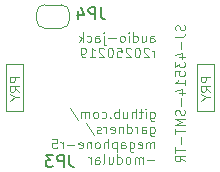
<source format=gbr>
%TF.GenerationSoftware,KiCad,Pcbnew,9.0.1+dfsg-1*%
%TF.CreationDate,2025-05-01T10:56:31+02:00*%
%TF.ProjectId,audio-jack,61756469-6f2d-46a6-9163-6b2e6b696361,rev?*%
%TF.SameCoordinates,Original*%
%TF.FileFunction,Legend,Bot*%
%TF.FilePolarity,Positive*%
%FSLAX46Y46*%
G04 Gerber Fmt 4.6, Leading zero omitted, Abs format (unit mm)*
G04 Created by KiCad (PCBNEW 9.0.1+dfsg-1) date 2025-05-01 10:56:31*
%MOMM*%
%LPD*%
G01*
G04 APERTURE LIST*
%ADD10C,0.100000*%
%ADD11C,0.150000*%
%ADD12C,0.120000*%
G04 APERTURE END LIST*
D10*
X50690877Y-32903255D02*
X50690877Y-32484207D01*
X50690877Y-32484207D02*
X50728972Y-32408017D01*
X50728972Y-32408017D02*
X50805163Y-32369921D01*
X50805163Y-32369921D02*
X50957544Y-32369921D01*
X50957544Y-32369921D02*
X51033734Y-32408017D01*
X50690877Y-32865160D02*
X50767068Y-32903255D01*
X50767068Y-32903255D02*
X50957544Y-32903255D01*
X50957544Y-32903255D02*
X51033734Y-32865160D01*
X51033734Y-32865160D02*
X51071830Y-32788969D01*
X51071830Y-32788969D02*
X51071830Y-32712779D01*
X51071830Y-32712779D02*
X51033734Y-32636588D01*
X51033734Y-32636588D02*
X50957544Y-32598493D01*
X50957544Y-32598493D02*
X50767068Y-32598493D01*
X50767068Y-32598493D02*
X50690877Y-32560398D01*
X49967067Y-32369921D02*
X49967067Y-32903255D01*
X50309924Y-32369921D02*
X50309924Y-32788969D01*
X50309924Y-32788969D02*
X50271829Y-32865160D01*
X50271829Y-32865160D02*
X50195639Y-32903255D01*
X50195639Y-32903255D02*
X50081353Y-32903255D01*
X50081353Y-32903255D02*
X50005162Y-32865160D01*
X50005162Y-32865160D02*
X49967067Y-32827064D01*
X49243257Y-32903255D02*
X49243257Y-32103255D01*
X49243257Y-32865160D02*
X49319448Y-32903255D01*
X49319448Y-32903255D02*
X49471829Y-32903255D01*
X49471829Y-32903255D02*
X49548019Y-32865160D01*
X49548019Y-32865160D02*
X49586114Y-32827064D01*
X49586114Y-32827064D02*
X49624210Y-32750874D01*
X49624210Y-32750874D02*
X49624210Y-32522302D01*
X49624210Y-32522302D02*
X49586114Y-32446112D01*
X49586114Y-32446112D02*
X49548019Y-32408017D01*
X49548019Y-32408017D02*
X49471829Y-32369921D01*
X49471829Y-32369921D02*
X49319448Y-32369921D01*
X49319448Y-32369921D02*
X49243257Y-32408017D01*
X48862304Y-32903255D02*
X48862304Y-32369921D01*
X48862304Y-32103255D02*
X48900400Y-32141350D01*
X48900400Y-32141350D02*
X48862304Y-32179445D01*
X48862304Y-32179445D02*
X48824209Y-32141350D01*
X48824209Y-32141350D02*
X48862304Y-32103255D01*
X48862304Y-32103255D02*
X48862304Y-32179445D01*
X48367067Y-32903255D02*
X48443257Y-32865160D01*
X48443257Y-32865160D02*
X48481352Y-32827064D01*
X48481352Y-32827064D02*
X48519448Y-32750874D01*
X48519448Y-32750874D02*
X48519448Y-32522302D01*
X48519448Y-32522302D02*
X48481352Y-32446112D01*
X48481352Y-32446112D02*
X48443257Y-32408017D01*
X48443257Y-32408017D02*
X48367067Y-32369921D01*
X48367067Y-32369921D02*
X48252781Y-32369921D01*
X48252781Y-32369921D02*
X48176590Y-32408017D01*
X48176590Y-32408017D02*
X48138495Y-32446112D01*
X48138495Y-32446112D02*
X48100400Y-32522302D01*
X48100400Y-32522302D02*
X48100400Y-32750874D01*
X48100400Y-32750874D02*
X48138495Y-32827064D01*
X48138495Y-32827064D02*
X48176590Y-32865160D01*
X48176590Y-32865160D02*
X48252781Y-32903255D01*
X48252781Y-32903255D02*
X48367067Y-32903255D01*
X47757542Y-32598493D02*
X47148019Y-32598493D01*
X46767066Y-32369921D02*
X46767066Y-33055636D01*
X46767066Y-33055636D02*
X46805162Y-33131826D01*
X46805162Y-33131826D02*
X46881352Y-33169921D01*
X46881352Y-33169921D02*
X46919447Y-33169921D01*
X46767066Y-32103255D02*
X46805162Y-32141350D01*
X46805162Y-32141350D02*
X46767066Y-32179445D01*
X46767066Y-32179445D02*
X46728971Y-32141350D01*
X46728971Y-32141350D02*
X46767066Y-32103255D01*
X46767066Y-32103255D02*
X46767066Y-32179445D01*
X46043257Y-32903255D02*
X46043257Y-32484207D01*
X46043257Y-32484207D02*
X46081352Y-32408017D01*
X46081352Y-32408017D02*
X46157543Y-32369921D01*
X46157543Y-32369921D02*
X46309924Y-32369921D01*
X46309924Y-32369921D02*
X46386114Y-32408017D01*
X46043257Y-32865160D02*
X46119448Y-32903255D01*
X46119448Y-32903255D02*
X46309924Y-32903255D01*
X46309924Y-32903255D02*
X46386114Y-32865160D01*
X46386114Y-32865160D02*
X46424210Y-32788969D01*
X46424210Y-32788969D02*
X46424210Y-32712779D01*
X46424210Y-32712779D02*
X46386114Y-32636588D01*
X46386114Y-32636588D02*
X46309924Y-32598493D01*
X46309924Y-32598493D02*
X46119448Y-32598493D01*
X46119448Y-32598493D02*
X46043257Y-32560398D01*
X45319447Y-32865160D02*
X45395638Y-32903255D01*
X45395638Y-32903255D02*
X45548019Y-32903255D01*
X45548019Y-32903255D02*
X45624209Y-32865160D01*
X45624209Y-32865160D02*
X45662304Y-32827064D01*
X45662304Y-32827064D02*
X45700400Y-32750874D01*
X45700400Y-32750874D02*
X45700400Y-32522302D01*
X45700400Y-32522302D02*
X45662304Y-32446112D01*
X45662304Y-32446112D02*
X45624209Y-32408017D01*
X45624209Y-32408017D02*
X45548019Y-32369921D01*
X45548019Y-32369921D02*
X45395638Y-32369921D01*
X45395638Y-32369921D02*
X45319447Y-32408017D01*
X44976590Y-32903255D02*
X44976590Y-32103255D01*
X44900400Y-32598493D02*
X44671828Y-32903255D01*
X44671828Y-32369921D02*
X44976590Y-32674683D01*
X51033734Y-34191210D02*
X51033734Y-33657876D01*
X51033734Y-33810257D02*
X50995639Y-33734067D01*
X50995639Y-33734067D02*
X50957544Y-33695972D01*
X50957544Y-33695972D02*
X50881353Y-33657876D01*
X50881353Y-33657876D02*
X50805163Y-33657876D01*
X50576592Y-33467400D02*
X50538496Y-33429305D01*
X50538496Y-33429305D02*
X50462306Y-33391210D01*
X50462306Y-33391210D02*
X50271830Y-33391210D01*
X50271830Y-33391210D02*
X50195639Y-33429305D01*
X50195639Y-33429305D02*
X50157544Y-33467400D01*
X50157544Y-33467400D02*
X50119449Y-33543591D01*
X50119449Y-33543591D02*
X50119449Y-33619781D01*
X50119449Y-33619781D02*
X50157544Y-33734067D01*
X50157544Y-33734067D02*
X50614687Y-34191210D01*
X50614687Y-34191210D02*
X50119449Y-34191210D01*
X49624210Y-33391210D02*
X49548020Y-33391210D01*
X49548020Y-33391210D02*
X49471829Y-33429305D01*
X49471829Y-33429305D02*
X49433734Y-33467400D01*
X49433734Y-33467400D02*
X49395639Y-33543591D01*
X49395639Y-33543591D02*
X49357544Y-33695972D01*
X49357544Y-33695972D02*
X49357544Y-33886448D01*
X49357544Y-33886448D02*
X49395639Y-34038829D01*
X49395639Y-34038829D02*
X49433734Y-34115019D01*
X49433734Y-34115019D02*
X49471829Y-34153115D01*
X49471829Y-34153115D02*
X49548020Y-34191210D01*
X49548020Y-34191210D02*
X49624210Y-34191210D01*
X49624210Y-34191210D02*
X49700401Y-34153115D01*
X49700401Y-34153115D02*
X49738496Y-34115019D01*
X49738496Y-34115019D02*
X49776591Y-34038829D01*
X49776591Y-34038829D02*
X49814687Y-33886448D01*
X49814687Y-33886448D02*
X49814687Y-33695972D01*
X49814687Y-33695972D02*
X49776591Y-33543591D01*
X49776591Y-33543591D02*
X49738496Y-33467400D01*
X49738496Y-33467400D02*
X49700401Y-33429305D01*
X49700401Y-33429305D02*
X49624210Y-33391210D01*
X49052782Y-33467400D02*
X49014686Y-33429305D01*
X49014686Y-33429305D02*
X48938496Y-33391210D01*
X48938496Y-33391210D02*
X48748020Y-33391210D01*
X48748020Y-33391210D02*
X48671829Y-33429305D01*
X48671829Y-33429305D02*
X48633734Y-33467400D01*
X48633734Y-33467400D02*
X48595639Y-33543591D01*
X48595639Y-33543591D02*
X48595639Y-33619781D01*
X48595639Y-33619781D02*
X48633734Y-33734067D01*
X48633734Y-33734067D02*
X49090877Y-34191210D01*
X49090877Y-34191210D02*
X48595639Y-34191210D01*
X47871829Y-33391210D02*
X48252781Y-33391210D01*
X48252781Y-33391210D02*
X48290877Y-33772162D01*
X48290877Y-33772162D02*
X48252781Y-33734067D01*
X48252781Y-33734067D02*
X48176591Y-33695972D01*
X48176591Y-33695972D02*
X47986115Y-33695972D01*
X47986115Y-33695972D02*
X47909924Y-33734067D01*
X47909924Y-33734067D02*
X47871829Y-33772162D01*
X47871829Y-33772162D02*
X47833734Y-33848353D01*
X47833734Y-33848353D02*
X47833734Y-34038829D01*
X47833734Y-34038829D02*
X47871829Y-34115019D01*
X47871829Y-34115019D02*
X47909924Y-34153115D01*
X47909924Y-34153115D02*
X47986115Y-34191210D01*
X47986115Y-34191210D02*
X48176591Y-34191210D01*
X48176591Y-34191210D02*
X48252781Y-34153115D01*
X48252781Y-34153115D02*
X48290877Y-34115019D01*
X47338495Y-33391210D02*
X47262305Y-33391210D01*
X47262305Y-33391210D02*
X47186114Y-33429305D01*
X47186114Y-33429305D02*
X47148019Y-33467400D01*
X47148019Y-33467400D02*
X47109924Y-33543591D01*
X47109924Y-33543591D02*
X47071829Y-33695972D01*
X47071829Y-33695972D02*
X47071829Y-33886448D01*
X47071829Y-33886448D02*
X47109924Y-34038829D01*
X47109924Y-34038829D02*
X47148019Y-34115019D01*
X47148019Y-34115019D02*
X47186114Y-34153115D01*
X47186114Y-34153115D02*
X47262305Y-34191210D01*
X47262305Y-34191210D02*
X47338495Y-34191210D01*
X47338495Y-34191210D02*
X47414686Y-34153115D01*
X47414686Y-34153115D02*
X47452781Y-34115019D01*
X47452781Y-34115019D02*
X47490876Y-34038829D01*
X47490876Y-34038829D02*
X47528972Y-33886448D01*
X47528972Y-33886448D02*
X47528972Y-33695972D01*
X47528972Y-33695972D02*
X47490876Y-33543591D01*
X47490876Y-33543591D02*
X47452781Y-33467400D01*
X47452781Y-33467400D02*
X47414686Y-33429305D01*
X47414686Y-33429305D02*
X47338495Y-33391210D01*
X46767067Y-33467400D02*
X46728971Y-33429305D01*
X46728971Y-33429305D02*
X46652781Y-33391210D01*
X46652781Y-33391210D02*
X46462305Y-33391210D01*
X46462305Y-33391210D02*
X46386114Y-33429305D01*
X46386114Y-33429305D02*
X46348019Y-33467400D01*
X46348019Y-33467400D02*
X46309924Y-33543591D01*
X46309924Y-33543591D02*
X46309924Y-33619781D01*
X46309924Y-33619781D02*
X46348019Y-33734067D01*
X46348019Y-33734067D02*
X46805162Y-34191210D01*
X46805162Y-34191210D02*
X46309924Y-34191210D01*
X45548019Y-34191210D02*
X46005162Y-34191210D01*
X45776590Y-34191210D02*
X45776590Y-33391210D01*
X45776590Y-33391210D02*
X45852781Y-33505495D01*
X45852781Y-33505495D02*
X45928971Y-33581686D01*
X45928971Y-33581686D02*
X46005162Y-33619781D01*
X45167066Y-34191210D02*
X45014685Y-34191210D01*
X45014685Y-34191210D02*
X44938495Y-34153115D01*
X44938495Y-34153115D02*
X44900399Y-34115019D01*
X44900399Y-34115019D02*
X44824209Y-34000734D01*
X44824209Y-34000734D02*
X44786114Y-33848353D01*
X44786114Y-33848353D02*
X44786114Y-33543591D01*
X44786114Y-33543591D02*
X44824209Y-33467400D01*
X44824209Y-33467400D02*
X44862304Y-33429305D01*
X44862304Y-33429305D02*
X44938495Y-33391210D01*
X44938495Y-33391210D02*
X45090876Y-33391210D01*
X45090876Y-33391210D02*
X45167066Y-33429305D01*
X45167066Y-33429305D02*
X45205161Y-33467400D01*
X45205161Y-33467400D02*
X45243257Y-33543591D01*
X45243257Y-33543591D02*
X45243257Y-33734067D01*
X45243257Y-33734067D02*
X45205161Y-33810257D01*
X45205161Y-33810257D02*
X45167066Y-33848353D01*
X45167066Y-33848353D02*
X45090876Y-33886448D01*
X45090876Y-33886448D02*
X44938495Y-33886448D01*
X44938495Y-33886448D02*
X44862304Y-33848353D01*
X44862304Y-33848353D02*
X44824209Y-33810257D01*
X44824209Y-33810257D02*
X44786114Y-33734067D01*
X50690877Y-38809696D02*
X50690877Y-39457315D01*
X50690877Y-39457315D02*
X50728972Y-39533506D01*
X50728972Y-39533506D02*
X50767068Y-39571601D01*
X50767068Y-39571601D02*
X50843258Y-39609696D01*
X50843258Y-39609696D02*
X50957544Y-39609696D01*
X50957544Y-39609696D02*
X51033734Y-39571601D01*
X50690877Y-39304935D02*
X50767068Y-39343030D01*
X50767068Y-39343030D02*
X50919449Y-39343030D01*
X50919449Y-39343030D02*
X50995639Y-39304935D01*
X50995639Y-39304935D02*
X51033734Y-39266839D01*
X51033734Y-39266839D02*
X51071830Y-39190649D01*
X51071830Y-39190649D02*
X51071830Y-38962077D01*
X51071830Y-38962077D02*
X51033734Y-38885887D01*
X51033734Y-38885887D02*
X50995639Y-38847792D01*
X50995639Y-38847792D02*
X50919449Y-38809696D01*
X50919449Y-38809696D02*
X50767068Y-38809696D01*
X50767068Y-38809696D02*
X50690877Y-38847792D01*
X50309924Y-39343030D02*
X50309924Y-38809696D01*
X50309924Y-38543030D02*
X50348020Y-38581125D01*
X50348020Y-38581125D02*
X50309924Y-38619220D01*
X50309924Y-38619220D02*
X50271829Y-38581125D01*
X50271829Y-38581125D02*
X50309924Y-38543030D01*
X50309924Y-38543030D02*
X50309924Y-38619220D01*
X50043258Y-38809696D02*
X49738496Y-38809696D01*
X49928972Y-38543030D02*
X49928972Y-39228744D01*
X49928972Y-39228744D02*
X49890877Y-39304935D01*
X49890877Y-39304935D02*
X49814687Y-39343030D01*
X49814687Y-39343030D02*
X49738496Y-39343030D01*
X49471829Y-39343030D02*
X49471829Y-38543030D01*
X49128972Y-39343030D02*
X49128972Y-38923982D01*
X49128972Y-38923982D02*
X49167067Y-38847792D01*
X49167067Y-38847792D02*
X49243258Y-38809696D01*
X49243258Y-38809696D02*
X49357544Y-38809696D01*
X49357544Y-38809696D02*
X49433734Y-38847792D01*
X49433734Y-38847792D02*
X49471829Y-38885887D01*
X48405162Y-38809696D02*
X48405162Y-39343030D01*
X48748019Y-38809696D02*
X48748019Y-39228744D01*
X48748019Y-39228744D02*
X48709924Y-39304935D01*
X48709924Y-39304935D02*
X48633734Y-39343030D01*
X48633734Y-39343030D02*
X48519448Y-39343030D01*
X48519448Y-39343030D02*
X48443257Y-39304935D01*
X48443257Y-39304935D02*
X48405162Y-39266839D01*
X48024209Y-39343030D02*
X48024209Y-38543030D01*
X48024209Y-38847792D02*
X47948019Y-38809696D01*
X47948019Y-38809696D02*
X47795638Y-38809696D01*
X47795638Y-38809696D02*
X47719447Y-38847792D01*
X47719447Y-38847792D02*
X47681352Y-38885887D01*
X47681352Y-38885887D02*
X47643257Y-38962077D01*
X47643257Y-38962077D02*
X47643257Y-39190649D01*
X47643257Y-39190649D02*
X47681352Y-39266839D01*
X47681352Y-39266839D02*
X47719447Y-39304935D01*
X47719447Y-39304935D02*
X47795638Y-39343030D01*
X47795638Y-39343030D02*
X47948019Y-39343030D01*
X47948019Y-39343030D02*
X48024209Y-39304935D01*
X47300399Y-39266839D02*
X47262304Y-39304935D01*
X47262304Y-39304935D02*
X47300399Y-39343030D01*
X47300399Y-39343030D02*
X47338495Y-39304935D01*
X47338495Y-39304935D02*
X47300399Y-39266839D01*
X47300399Y-39266839D02*
X47300399Y-39343030D01*
X46576590Y-39304935D02*
X46652781Y-39343030D01*
X46652781Y-39343030D02*
X46805162Y-39343030D01*
X46805162Y-39343030D02*
X46881352Y-39304935D01*
X46881352Y-39304935D02*
X46919447Y-39266839D01*
X46919447Y-39266839D02*
X46957543Y-39190649D01*
X46957543Y-39190649D02*
X46957543Y-38962077D01*
X46957543Y-38962077D02*
X46919447Y-38885887D01*
X46919447Y-38885887D02*
X46881352Y-38847792D01*
X46881352Y-38847792D02*
X46805162Y-38809696D01*
X46805162Y-38809696D02*
X46652781Y-38809696D01*
X46652781Y-38809696D02*
X46576590Y-38847792D01*
X46119448Y-39343030D02*
X46195638Y-39304935D01*
X46195638Y-39304935D02*
X46233733Y-39266839D01*
X46233733Y-39266839D02*
X46271829Y-39190649D01*
X46271829Y-39190649D02*
X46271829Y-38962077D01*
X46271829Y-38962077D02*
X46233733Y-38885887D01*
X46233733Y-38885887D02*
X46195638Y-38847792D01*
X46195638Y-38847792D02*
X46119448Y-38809696D01*
X46119448Y-38809696D02*
X46005162Y-38809696D01*
X46005162Y-38809696D02*
X45928971Y-38847792D01*
X45928971Y-38847792D02*
X45890876Y-38885887D01*
X45890876Y-38885887D02*
X45852781Y-38962077D01*
X45852781Y-38962077D02*
X45852781Y-39190649D01*
X45852781Y-39190649D02*
X45890876Y-39266839D01*
X45890876Y-39266839D02*
X45928971Y-39304935D01*
X45928971Y-39304935D02*
X46005162Y-39343030D01*
X46005162Y-39343030D02*
X46119448Y-39343030D01*
X45509923Y-39343030D02*
X45509923Y-38809696D01*
X45509923Y-38885887D02*
X45471828Y-38847792D01*
X45471828Y-38847792D02*
X45395638Y-38809696D01*
X45395638Y-38809696D02*
X45281352Y-38809696D01*
X45281352Y-38809696D02*
X45205161Y-38847792D01*
X45205161Y-38847792D02*
X45167066Y-38923982D01*
X45167066Y-38923982D02*
X45167066Y-39343030D01*
X45167066Y-38923982D02*
X45128971Y-38847792D01*
X45128971Y-38847792D02*
X45052780Y-38809696D01*
X45052780Y-38809696D02*
X44938495Y-38809696D01*
X44938495Y-38809696D02*
X44862304Y-38847792D01*
X44862304Y-38847792D02*
X44824209Y-38923982D01*
X44824209Y-38923982D02*
X44824209Y-39343030D01*
X43871828Y-38504935D02*
X44557542Y-39533506D01*
X50690877Y-40097651D02*
X50690877Y-40745270D01*
X50690877Y-40745270D02*
X50728972Y-40821461D01*
X50728972Y-40821461D02*
X50767068Y-40859556D01*
X50767068Y-40859556D02*
X50843258Y-40897651D01*
X50843258Y-40897651D02*
X50957544Y-40897651D01*
X50957544Y-40897651D02*
X51033734Y-40859556D01*
X50690877Y-40592890D02*
X50767068Y-40630985D01*
X50767068Y-40630985D02*
X50919449Y-40630985D01*
X50919449Y-40630985D02*
X50995639Y-40592890D01*
X50995639Y-40592890D02*
X51033734Y-40554794D01*
X51033734Y-40554794D02*
X51071830Y-40478604D01*
X51071830Y-40478604D02*
X51071830Y-40250032D01*
X51071830Y-40250032D02*
X51033734Y-40173842D01*
X51033734Y-40173842D02*
X50995639Y-40135747D01*
X50995639Y-40135747D02*
X50919449Y-40097651D01*
X50919449Y-40097651D02*
X50767068Y-40097651D01*
X50767068Y-40097651D02*
X50690877Y-40135747D01*
X49967067Y-40630985D02*
X49967067Y-40211937D01*
X49967067Y-40211937D02*
X50005162Y-40135747D01*
X50005162Y-40135747D02*
X50081353Y-40097651D01*
X50081353Y-40097651D02*
X50233734Y-40097651D01*
X50233734Y-40097651D02*
X50309924Y-40135747D01*
X49967067Y-40592890D02*
X50043258Y-40630985D01*
X50043258Y-40630985D02*
X50233734Y-40630985D01*
X50233734Y-40630985D02*
X50309924Y-40592890D01*
X50309924Y-40592890D02*
X50348020Y-40516699D01*
X50348020Y-40516699D02*
X50348020Y-40440509D01*
X50348020Y-40440509D02*
X50309924Y-40364318D01*
X50309924Y-40364318D02*
X50233734Y-40326223D01*
X50233734Y-40326223D02*
X50043258Y-40326223D01*
X50043258Y-40326223D02*
X49967067Y-40288128D01*
X49586114Y-40630985D02*
X49586114Y-40097651D01*
X49586114Y-40250032D02*
X49548019Y-40173842D01*
X49548019Y-40173842D02*
X49509924Y-40135747D01*
X49509924Y-40135747D02*
X49433733Y-40097651D01*
X49433733Y-40097651D02*
X49357543Y-40097651D01*
X48748019Y-40630985D02*
X48748019Y-39830985D01*
X48748019Y-40592890D02*
X48824210Y-40630985D01*
X48824210Y-40630985D02*
X48976591Y-40630985D01*
X48976591Y-40630985D02*
X49052781Y-40592890D01*
X49052781Y-40592890D02*
X49090876Y-40554794D01*
X49090876Y-40554794D02*
X49128972Y-40478604D01*
X49128972Y-40478604D02*
X49128972Y-40250032D01*
X49128972Y-40250032D02*
X49090876Y-40173842D01*
X49090876Y-40173842D02*
X49052781Y-40135747D01*
X49052781Y-40135747D02*
X48976591Y-40097651D01*
X48976591Y-40097651D02*
X48824210Y-40097651D01*
X48824210Y-40097651D02*
X48748019Y-40135747D01*
X48367066Y-40097651D02*
X48367066Y-40630985D01*
X48367066Y-40173842D02*
X48328971Y-40135747D01*
X48328971Y-40135747D02*
X48252781Y-40097651D01*
X48252781Y-40097651D02*
X48138495Y-40097651D01*
X48138495Y-40097651D02*
X48062304Y-40135747D01*
X48062304Y-40135747D02*
X48024209Y-40211937D01*
X48024209Y-40211937D02*
X48024209Y-40630985D01*
X47338494Y-40592890D02*
X47414685Y-40630985D01*
X47414685Y-40630985D02*
X47567066Y-40630985D01*
X47567066Y-40630985D02*
X47643256Y-40592890D01*
X47643256Y-40592890D02*
X47681352Y-40516699D01*
X47681352Y-40516699D02*
X47681352Y-40211937D01*
X47681352Y-40211937D02*
X47643256Y-40135747D01*
X47643256Y-40135747D02*
X47567066Y-40097651D01*
X47567066Y-40097651D02*
X47414685Y-40097651D01*
X47414685Y-40097651D02*
X47338494Y-40135747D01*
X47338494Y-40135747D02*
X47300399Y-40211937D01*
X47300399Y-40211937D02*
X47300399Y-40288128D01*
X47300399Y-40288128D02*
X47681352Y-40364318D01*
X46957542Y-40630985D02*
X46957542Y-40097651D01*
X46957542Y-40250032D02*
X46919447Y-40173842D01*
X46919447Y-40173842D02*
X46881352Y-40135747D01*
X46881352Y-40135747D02*
X46805161Y-40097651D01*
X46805161Y-40097651D02*
X46728971Y-40097651D01*
X46500400Y-40592890D02*
X46424209Y-40630985D01*
X46424209Y-40630985D02*
X46271828Y-40630985D01*
X46271828Y-40630985D02*
X46195638Y-40592890D01*
X46195638Y-40592890D02*
X46157542Y-40516699D01*
X46157542Y-40516699D02*
X46157542Y-40478604D01*
X46157542Y-40478604D02*
X46195638Y-40402413D01*
X46195638Y-40402413D02*
X46271828Y-40364318D01*
X46271828Y-40364318D02*
X46386114Y-40364318D01*
X46386114Y-40364318D02*
X46462304Y-40326223D01*
X46462304Y-40326223D02*
X46500400Y-40250032D01*
X46500400Y-40250032D02*
X46500400Y-40211937D01*
X46500400Y-40211937D02*
X46462304Y-40135747D01*
X46462304Y-40135747D02*
X46386114Y-40097651D01*
X46386114Y-40097651D02*
X46271828Y-40097651D01*
X46271828Y-40097651D02*
X46195638Y-40135747D01*
X45243257Y-39792890D02*
X45928971Y-40821461D01*
X51033734Y-41918940D02*
X51033734Y-41385606D01*
X51033734Y-41461797D02*
X50995639Y-41423702D01*
X50995639Y-41423702D02*
X50919449Y-41385606D01*
X50919449Y-41385606D02*
X50805163Y-41385606D01*
X50805163Y-41385606D02*
X50728972Y-41423702D01*
X50728972Y-41423702D02*
X50690877Y-41499892D01*
X50690877Y-41499892D02*
X50690877Y-41918940D01*
X50690877Y-41499892D02*
X50652782Y-41423702D01*
X50652782Y-41423702D02*
X50576591Y-41385606D01*
X50576591Y-41385606D02*
X50462306Y-41385606D01*
X50462306Y-41385606D02*
X50386115Y-41423702D01*
X50386115Y-41423702D02*
X50348020Y-41499892D01*
X50348020Y-41499892D02*
X50348020Y-41918940D01*
X49662305Y-41880845D02*
X49738496Y-41918940D01*
X49738496Y-41918940D02*
X49890877Y-41918940D01*
X49890877Y-41918940D02*
X49967067Y-41880845D01*
X49967067Y-41880845D02*
X50005163Y-41804654D01*
X50005163Y-41804654D02*
X50005163Y-41499892D01*
X50005163Y-41499892D02*
X49967067Y-41423702D01*
X49967067Y-41423702D02*
X49890877Y-41385606D01*
X49890877Y-41385606D02*
X49738496Y-41385606D01*
X49738496Y-41385606D02*
X49662305Y-41423702D01*
X49662305Y-41423702D02*
X49624210Y-41499892D01*
X49624210Y-41499892D02*
X49624210Y-41576083D01*
X49624210Y-41576083D02*
X50005163Y-41652273D01*
X48938496Y-41385606D02*
X48938496Y-42033225D01*
X48938496Y-42033225D02*
X48976591Y-42109416D01*
X48976591Y-42109416D02*
X49014687Y-42147511D01*
X49014687Y-42147511D02*
X49090877Y-42185606D01*
X49090877Y-42185606D02*
X49205163Y-42185606D01*
X49205163Y-42185606D02*
X49281353Y-42147511D01*
X48938496Y-41880845D02*
X49014687Y-41918940D01*
X49014687Y-41918940D02*
X49167068Y-41918940D01*
X49167068Y-41918940D02*
X49243258Y-41880845D01*
X49243258Y-41880845D02*
X49281353Y-41842749D01*
X49281353Y-41842749D02*
X49319449Y-41766559D01*
X49319449Y-41766559D02*
X49319449Y-41537987D01*
X49319449Y-41537987D02*
X49281353Y-41461797D01*
X49281353Y-41461797D02*
X49243258Y-41423702D01*
X49243258Y-41423702D02*
X49167068Y-41385606D01*
X49167068Y-41385606D02*
X49014687Y-41385606D01*
X49014687Y-41385606D02*
X48938496Y-41423702D01*
X48214686Y-41918940D02*
X48214686Y-41499892D01*
X48214686Y-41499892D02*
X48252781Y-41423702D01*
X48252781Y-41423702D02*
X48328972Y-41385606D01*
X48328972Y-41385606D02*
X48481353Y-41385606D01*
X48481353Y-41385606D02*
X48557543Y-41423702D01*
X48214686Y-41880845D02*
X48290877Y-41918940D01*
X48290877Y-41918940D02*
X48481353Y-41918940D01*
X48481353Y-41918940D02*
X48557543Y-41880845D01*
X48557543Y-41880845D02*
X48595639Y-41804654D01*
X48595639Y-41804654D02*
X48595639Y-41728464D01*
X48595639Y-41728464D02*
X48557543Y-41652273D01*
X48557543Y-41652273D02*
X48481353Y-41614178D01*
X48481353Y-41614178D02*
X48290877Y-41614178D01*
X48290877Y-41614178D02*
X48214686Y-41576083D01*
X47833733Y-41385606D02*
X47833733Y-42185606D01*
X47833733Y-41423702D02*
X47757543Y-41385606D01*
X47757543Y-41385606D02*
X47605162Y-41385606D01*
X47605162Y-41385606D02*
X47528971Y-41423702D01*
X47528971Y-41423702D02*
X47490876Y-41461797D01*
X47490876Y-41461797D02*
X47452781Y-41537987D01*
X47452781Y-41537987D02*
X47452781Y-41766559D01*
X47452781Y-41766559D02*
X47490876Y-41842749D01*
X47490876Y-41842749D02*
X47528971Y-41880845D01*
X47528971Y-41880845D02*
X47605162Y-41918940D01*
X47605162Y-41918940D02*
X47757543Y-41918940D01*
X47757543Y-41918940D02*
X47833733Y-41880845D01*
X47109923Y-41918940D02*
X47109923Y-41118940D01*
X46767066Y-41918940D02*
X46767066Y-41499892D01*
X46767066Y-41499892D02*
X46805161Y-41423702D01*
X46805161Y-41423702D02*
X46881352Y-41385606D01*
X46881352Y-41385606D02*
X46995638Y-41385606D01*
X46995638Y-41385606D02*
X47071828Y-41423702D01*
X47071828Y-41423702D02*
X47109923Y-41461797D01*
X46271828Y-41918940D02*
X46348018Y-41880845D01*
X46348018Y-41880845D02*
X46386113Y-41842749D01*
X46386113Y-41842749D02*
X46424209Y-41766559D01*
X46424209Y-41766559D02*
X46424209Y-41537987D01*
X46424209Y-41537987D02*
X46386113Y-41461797D01*
X46386113Y-41461797D02*
X46348018Y-41423702D01*
X46348018Y-41423702D02*
X46271828Y-41385606D01*
X46271828Y-41385606D02*
X46157542Y-41385606D01*
X46157542Y-41385606D02*
X46081351Y-41423702D01*
X46081351Y-41423702D02*
X46043256Y-41461797D01*
X46043256Y-41461797D02*
X46005161Y-41537987D01*
X46005161Y-41537987D02*
X46005161Y-41766559D01*
X46005161Y-41766559D02*
X46043256Y-41842749D01*
X46043256Y-41842749D02*
X46081351Y-41880845D01*
X46081351Y-41880845D02*
X46157542Y-41918940D01*
X46157542Y-41918940D02*
X46271828Y-41918940D01*
X45662303Y-41385606D02*
X45662303Y-41918940D01*
X45662303Y-41461797D02*
X45624208Y-41423702D01*
X45624208Y-41423702D02*
X45548018Y-41385606D01*
X45548018Y-41385606D02*
X45433732Y-41385606D01*
X45433732Y-41385606D02*
X45357541Y-41423702D01*
X45357541Y-41423702D02*
X45319446Y-41499892D01*
X45319446Y-41499892D02*
X45319446Y-41918940D01*
X44633731Y-41880845D02*
X44709922Y-41918940D01*
X44709922Y-41918940D02*
X44862303Y-41918940D01*
X44862303Y-41918940D02*
X44938493Y-41880845D01*
X44938493Y-41880845D02*
X44976589Y-41804654D01*
X44976589Y-41804654D02*
X44976589Y-41499892D01*
X44976589Y-41499892D02*
X44938493Y-41423702D01*
X44938493Y-41423702D02*
X44862303Y-41385606D01*
X44862303Y-41385606D02*
X44709922Y-41385606D01*
X44709922Y-41385606D02*
X44633731Y-41423702D01*
X44633731Y-41423702D02*
X44595636Y-41499892D01*
X44595636Y-41499892D02*
X44595636Y-41576083D01*
X44595636Y-41576083D02*
X44976589Y-41652273D01*
X44252779Y-41614178D02*
X43643256Y-41614178D01*
X43262303Y-41918940D02*
X43262303Y-41385606D01*
X43262303Y-41537987D02*
X43224208Y-41461797D01*
X43224208Y-41461797D02*
X43186113Y-41423702D01*
X43186113Y-41423702D02*
X43109922Y-41385606D01*
X43109922Y-41385606D02*
X43033732Y-41385606D01*
X42386113Y-41118940D02*
X42767065Y-41118940D01*
X42767065Y-41118940D02*
X42805161Y-41499892D01*
X42805161Y-41499892D02*
X42767065Y-41461797D01*
X42767065Y-41461797D02*
X42690875Y-41423702D01*
X42690875Y-41423702D02*
X42500399Y-41423702D01*
X42500399Y-41423702D02*
X42424208Y-41461797D01*
X42424208Y-41461797D02*
X42386113Y-41499892D01*
X42386113Y-41499892D02*
X42348018Y-41576083D01*
X42348018Y-41576083D02*
X42348018Y-41766559D01*
X42348018Y-41766559D02*
X42386113Y-41842749D01*
X42386113Y-41842749D02*
X42424208Y-41880845D01*
X42424208Y-41880845D02*
X42500399Y-41918940D01*
X42500399Y-41918940D02*
X42690875Y-41918940D01*
X42690875Y-41918940D02*
X42767065Y-41880845D01*
X42767065Y-41880845D02*
X42805161Y-41842749D01*
X51033734Y-42902133D02*
X50424211Y-42902133D01*
X50043258Y-43206895D02*
X50043258Y-42673561D01*
X50043258Y-42749752D02*
X50005163Y-42711657D01*
X50005163Y-42711657D02*
X49928973Y-42673561D01*
X49928973Y-42673561D02*
X49814687Y-42673561D01*
X49814687Y-42673561D02*
X49738496Y-42711657D01*
X49738496Y-42711657D02*
X49700401Y-42787847D01*
X49700401Y-42787847D02*
X49700401Y-43206895D01*
X49700401Y-42787847D02*
X49662306Y-42711657D01*
X49662306Y-42711657D02*
X49586115Y-42673561D01*
X49586115Y-42673561D02*
X49471830Y-42673561D01*
X49471830Y-42673561D02*
X49395639Y-42711657D01*
X49395639Y-42711657D02*
X49357544Y-42787847D01*
X49357544Y-42787847D02*
X49357544Y-43206895D01*
X48862306Y-43206895D02*
X48938496Y-43168800D01*
X48938496Y-43168800D02*
X48976591Y-43130704D01*
X48976591Y-43130704D02*
X49014687Y-43054514D01*
X49014687Y-43054514D02*
X49014687Y-42825942D01*
X49014687Y-42825942D02*
X48976591Y-42749752D01*
X48976591Y-42749752D02*
X48938496Y-42711657D01*
X48938496Y-42711657D02*
X48862306Y-42673561D01*
X48862306Y-42673561D02*
X48748020Y-42673561D01*
X48748020Y-42673561D02*
X48671829Y-42711657D01*
X48671829Y-42711657D02*
X48633734Y-42749752D01*
X48633734Y-42749752D02*
X48595639Y-42825942D01*
X48595639Y-42825942D02*
X48595639Y-43054514D01*
X48595639Y-43054514D02*
X48633734Y-43130704D01*
X48633734Y-43130704D02*
X48671829Y-43168800D01*
X48671829Y-43168800D02*
X48748020Y-43206895D01*
X48748020Y-43206895D02*
X48862306Y-43206895D01*
X47909924Y-43206895D02*
X47909924Y-42406895D01*
X47909924Y-43168800D02*
X47986115Y-43206895D01*
X47986115Y-43206895D02*
X48138496Y-43206895D01*
X48138496Y-43206895D02*
X48214686Y-43168800D01*
X48214686Y-43168800D02*
X48252781Y-43130704D01*
X48252781Y-43130704D02*
X48290877Y-43054514D01*
X48290877Y-43054514D02*
X48290877Y-42825942D01*
X48290877Y-42825942D02*
X48252781Y-42749752D01*
X48252781Y-42749752D02*
X48214686Y-42711657D01*
X48214686Y-42711657D02*
X48138496Y-42673561D01*
X48138496Y-42673561D02*
X47986115Y-42673561D01*
X47986115Y-42673561D02*
X47909924Y-42711657D01*
X47186114Y-42673561D02*
X47186114Y-43206895D01*
X47528971Y-42673561D02*
X47528971Y-43092609D01*
X47528971Y-43092609D02*
X47490876Y-43168800D01*
X47490876Y-43168800D02*
X47414686Y-43206895D01*
X47414686Y-43206895D02*
X47300400Y-43206895D01*
X47300400Y-43206895D02*
X47224209Y-43168800D01*
X47224209Y-43168800D02*
X47186114Y-43130704D01*
X46690876Y-43206895D02*
X46767066Y-43168800D01*
X46767066Y-43168800D02*
X46805161Y-43092609D01*
X46805161Y-43092609D02*
X46805161Y-42406895D01*
X46043256Y-43206895D02*
X46043256Y-42787847D01*
X46043256Y-42787847D02*
X46081351Y-42711657D01*
X46081351Y-42711657D02*
X46157542Y-42673561D01*
X46157542Y-42673561D02*
X46309923Y-42673561D01*
X46309923Y-42673561D02*
X46386113Y-42711657D01*
X46043256Y-43168800D02*
X46119447Y-43206895D01*
X46119447Y-43206895D02*
X46309923Y-43206895D01*
X46309923Y-43206895D02*
X46386113Y-43168800D01*
X46386113Y-43168800D02*
X46424209Y-43092609D01*
X46424209Y-43092609D02*
X46424209Y-43016419D01*
X46424209Y-43016419D02*
X46386113Y-42940228D01*
X46386113Y-42940228D02*
X46309923Y-42902133D01*
X46309923Y-42902133D02*
X46119447Y-42902133D01*
X46119447Y-42902133D02*
X46043256Y-42864038D01*
X45662303Y-43206895D02*
X45662303Y-42673561D01*
X45662303Y-42825942D02*
X45624208Y-42749752D01*
X45624208Y-42749752D02*
X45586113Y-42711657D01*
X45586113Y-42711657D02*
X45509922Y-42673561D01*
X45509922Y-42673561D02*
X45433732Y-42673561D01*
D11*
X43843333Y-42494819D02*
X43843333Y-43209104D01*
X43843333Y-43209104D02*
X43890952Y-43351961D01*
X43890952Y-43351961D02*
X43986190Y-43447200D01*
X43986190Y-43447200D02*
X44129047Y-43494819D01*
X44129047Y-43494819D02*
X44224285Y-43494819D01*
X43367142Y-43494819D02*
X43367142Y-42494819D01*
X43367142Y-42494819D02*
X42986190Y-42494819D01*
X42986190Y-42494819D02*
X42890952Y-42542438D01*
X42890952Y-42542438D02*
X42843333Y-42590057D01*
X42843333Y-42590057D02*
X42795714Y-42685295D01*
X42795714Y-42685295D02*
X42795714Y-42828152D01*
X42795714Y-42828152D02*
X42843333Y-42923390D01*
X42843333Y-42923390D02*
X42890952Y-42971009D01*
X42890952Y-42971009D02*
X42986190Y-43018628D01*
X42986190Y-43018628D02*
X43367142Y-43018628D01*
X42462380Y-42494819D02*
X41843333Y-42494819D01*
X41843333Y-42494819D02*
X42176666Y-42875771D01*
X42176666Y-42875771D02*
X42033809Y-42875771D01*
X42033809Y-42875771D02*
X41938571Y-42923390D01*
X41938571Y-42923390D02*
X41890952Y-42971009D01*
X41890952Y-42971009D02*
X41843333Y-43066247D01*
X41843333Y-43066247D02*
X41843333Y-43304342D01*
X41843333Y-43304342D02*
X41890952Y-43399580D01*
X41890952Y-43399580D02*
X41938571Y-43447200D01*
X41938571Y-43447200D02*
X42033809Y-43494819D01*
X42033809Y-43494819D02*
X42319523Y-43494819D01*
X42319523Y-43494819D02*
X42414761Y-43447200D01*
X42414761Y-43447200D02*
X42462380Y-43399580D01*
D10*
X53576800Y-31478570D02*
X53614895Y-31592856D01*
X53614895Y-31592856D02*
X53614895Y-31783332D01*
X53614895Y-31783332D02*
X53576800Y-31859523D01*
X53576800Y-31859523D02*
X53538704Y-31897618D01*
X53538704Y-31897618D02*
X53462514Y-31935713D01*
X53462514Y-31935713D02*
X53386323Y-31935713D01*
X53386323Y-31935713D02*
X53310133Y-31897618D01*
X53310133Y-31897618D02*
X53272038Y-31859523D01*
X53272038Y-31859523D02*
X53233942Y-31783332D01*
X53233942Y-31783332D02*
X53195847Y-31630951D01*
X53195847Y-31630951D02*
X53157752Y-31554761D01*
X53157752Y-31554761D02*
X53119657Y-31516666D01*
X53119657Y-31516666D02*
X53043466Y-31478570D01*
X53043466Y-31478570D02*
X52967276Y-31478570D01*
X52967276Y-31478570D02*
X52891085Y-31516666D01*
X52891085Y-31516666D02*
X52852990Y-31554761D01*
X52852990Y-31554761D02*
X52814895Y-31630951D01*
X52814895Y-31630951D02*
X52814895Y-31821428D01*
X52814895Y-31821428D02*
X52852990Y-31935713D01*
X52814895Y-32507142D02*
X53386323Y-32507142D01*
X53386323Y-32507142D02*
X53500609Y-32469047D01*
X53500609Y-32469047D02*
X53576800Y-32392856D01*
X53576800Y-32392856D02*
X53614895Y-32278571D01*
X53614895Y-32278571D02*
X53614895Y-32202380D01*
X53310133Y-32888095D02*
X53310133Y-33497619D01*
X53081561Y-34221428D02*
X53614895Y-34221428D01*
X52776800Y-34030952D02*
X53348228Y-33840475D01*
X53348228Y-33840475D02*
X53348228Y-34335714D01*
X52814895Y-34564285D02*
X52814895Y-35059523D01*
X52814895Y-35059523D02*
X53119657Y-34792857D01*
X53119657Y-34792857D02*
X53119657Y-34907142D01*
X53119657Y-34907142D02*
X53157752Y-34983333D01*
X53157752Y-34983333D02*
X53195847Y-35021428D01*
X53195847Y-35021428D02*
X53272038Y-35059523D01*
X53272038Y-35059523D02*
X53462514Y-35059523D01*
X53462514Y-35059523D02*
X53538704Y-35021428D01*
X53538704Y-35021428D02*
X53576800Y-34983333D01*
X53576800Y-34983333D02*
X53614895Y-34907142D01*
X53614895Y-34907142D02*
X53614895Y-34678571D01*
X53614895Y-34678571D02*
X53576800Y-34602380D01*
X53576800Y-34602380D02*
X53538704Y-34564285D01*
X52814895Y-35783333D02*
X52814895Y-35402381D01*
X52814895Y-35402381D02*
X53195847Y-35364285D01*
X53195847Y-35364285D02*
X53157752Y-35402381D01*
X53157752Y-35402381D02*
X53119657Y-35478571D01*
X53119657Y-35478571D02*
X53119657Y-35669047D01*
X53119657Y-35669047D02*
X53157752Y-35745238D01*
X53157752Y-35745238D02*
X53195847Y-35783333D01*
X53195847Y-35783333D02*
X53272038Y-35821428D01*
X53272038Y-35821428D02*
X53462514Y-35821428D01*
X53462514Y-35821428D02*
X53538704Y-35783333D01*
X53538704Y-35783333D02*
X53576800Y-35745238D01*
X53576800Y-35745238D02*
X53614895Y-35669047D01*
X53614895Y-35669047D02*
X53614895Y-35478571D01*
X53614895Y-35478571D02*
X53576800Y-35402381D01*
X53576800Y-35402381D02*
X53538704Y-35364285D01*
X53614895Y-36583333D02*
X53614895Y-36126190D01*
X53614895Y-36354762D02*
X52814895Y-36354762D01*
X52814895Y-36354762D02*
X52929180Y-36278571D01*
X52929180Y-36278571D02*
X53005371Y-36202381D01*
X53005371Y-36202381D02*
X53043466Y-36126190D01*
X53081561Y-37269048D02*
X53614895Y-37269048D01*
X52776800Y-37078572D02*
X53348228Y-36888095D01*
X53348228Y-36888095D02*
X53348228Y-37383334D01*
X53310133Y-37688096D02*
X53310133Y-38297620D01*
X53576800Y-38640476D02*
X53614895Y-38754762D01*
X53614895Y-38754762D02*
X53614895Y-38945238D01*
X53614895Y-38945238D02*
X53576800Y-39021429D01*
X53576800Y-39021429D02*
X53538704Y-39059524D01*
X53538704Y-39059524D02*
X53462514Y-39097619D01*
X53462514Y-39097619D02*
X53386323Y-39097619D01*
X53386323Y-39097619D02*
X53310133Y-39059524D01*
X53310133Y-39059524D02*
X53272038Y-39021429D01*
X53272038Y-39021429D02*
X53233942Y-38945238D01*
X53233942Y-38945238D02*
X53195847Y-38792857D01*
X53195847Y-38792857D02*
X53157752Y-38716667D01*
X53157752Y-38716667D02*
X53119657Y-38678572D01*
X53119657Y-38678572D02*
X53043466Y-38640476D01*
X53043466Y-38640476D02*
X52967276Y-38640476D01*
X52967276Y-38640476D02*
X52891085Y-38678572D01*
X52891085Y-38678572D02*
X52852990Y-38716667D01*
X52852990Y-38716667D02*
X52814895Y-38792857D01*
X52814895Y-38792857D02*
X52814895Y-38983334D01*
X52814895Y-38983334D02*
X52852990Y-39097619D01*
X53614895Y-39440477D02*
X52814895Y-39440477D01*
X52814895Y-39440477D02*
X53386323Y-39707143D01*
X53386323Y-39707143D02*
X52814895Y-39973810D01*
X52814895Y-39973810D02*
X53614895Y-39973810D01*
X52814895Y-40240477D02*
X52814895Y-40697620D01*
X53614895Y-40469048D02*
X52814895Y-40469048D01*
X53310133Y-40964287D02*
X53310133Y-41573811D01*
X52814895Y-41840477D02*
X52814895Y-42297620D01*
X53614895Y-42069048D02*
X52814895Y-42069048D01*
X53614895Y-43021430D02*
X53233942Y-42754763D01*
X53614895Y-42564287D02*
X52814895Y-42564287D01*
X52814895Y-42564287D02*
X52814895Y-42869049D01*
X52814895Y-42869049D02*
X52852990Y-42945239D01*
X52852990Y-42945239D02*
X52891085Y-42983334D01*
X52891085Y-42983334D02*
X52967276Y-43021430D01*
X52967276Y-43021430D02*
X53081561Y-43021430D01*
X53081561Y-43021430D02*
X53157752Y-42983334D01*
X53157752Y-42983334D02*
X53195847Y-42945239D01*
X53195847Y-42945239D02*
X53233942Y-42869049D01*
X53233942Y-42869049D02*
X53233942Y-42564287D01*
X55756895Y-35847619D02*
X54956895Y-35847619D01*
X54956895Y-35847619D02*
X54956895Y-36152381D01*
X54956895Y-36152381D02*
X54994990Y-36228571D01*
X54994990Y-36228571D02*
X55033085Y-36266666D01*
X55033085Y-36266666D02*
X55109276Y-36304762D01*
X55109276Y-36304762D02*
X55223561Y-36304762D01*
X55223561Y-36304762D02*
X55299752Y-36266666D01*
X55299752Y-36266666D02*
X55337847Y-36228571D01*
X55337847Y-36228571D02*
X55375942Y-36152381D01*
X55375942Y-36152381D02*
X55375942Y-35847619D01*
X55756895Y-37104762D02*
X55375942Y-36838095D01*
X55756895Y-36647619D02*
X54956895Y-36647619D01*
X54956895Y-36647619D02*
X54956895Y-36952381D01*
X54956895Y-36952381D02*
X54994990Y-37028571D01*
X54994990Y-37028571D02*
X55033085Y-37066666D01*
X55033085Y-37066666D02*
X55109276Y-37104762D01*
X55109276Y-37104762D02*
X55223561Y-37104762D01*
X55223561Y-37104762D02*
X55299752Y-37066666D01*
X55299752Y-37066666D02*
X55337847Y-37028571D01*
X55337847Y-37028571D02*
X55375942Y-36952381D01*
X55375942Y-36952381D02*
X55375942Y-36647619D01*
X55375942Y-37600000D02*
X55756895Y-37600000D01*
X54956895Y-37333333D02*
X55375942Y-37600000D01*
X55375942Y-37600000D02*
X54956895Y-37866666D01*
X39576895Y-35847619D02*
X38776895Y-35847619D01*
X38776895Y-35847619D02*
X38776895Y-36152381D01*
X38776895Y-36152381D02*
X38814990Y-36228571D01*
X38814990Y-36228571D02*
X38853085Y-36266666D01*
X38853085Y-36266666D02*
X38929276Y-36304762D01*
X38929276Y-36304762D02*
X39043561Y-36304762D01*
X39043561Y-36304762D02*
X39119752Y-36266666D01*
X39119752Y-36266666D02*
X39157847Y-36228571D01*
X39157847Y-36228571D02*
X39195942Y-36152381D01*
X39195942Y-36152381D02*
X39195942Y-35847619D01*
X39576895Y-37104762D02*
X39195942Y-36838095D01*
X39576895Y-36647619D02*
X38776895Y-36647619D01*
X38776895Y-36647619D02*
X38776895Y-36952381D01*
X38776895Y-36952381D02*
X38814990Y-37028571D01*
X38814990Y-37028571D02*
X38853085Y-37066666D01*
X38853085Y-37066666D02*
X38929276Y-37104762D01*
X38929276Y-37104762D02*
X39043561Y-37104762D01*
X39043561Y-37104762D02*
X39119752Y-37066666D01*
X39119752Y-37066666D02*
X39157847Y-37028571D01*
X39157847Y-37028571D02*
X39195942Y-36952381D01*
X39195942Y-36952381D02*
X39195942Y-36647619D01*
X39195942Y-37600000D02*
X39576895Y-37600000D01*
X38776895Y-37333333D02*
X39195942Y-37600000D01*
X39195942Y-37600000D02*
X38776895Y-37866666D01*
D11*
X46503333Y-29974819D02*
X46503333Y-30689104D01*
X46503333Y-30689104D02*
X46550952Y-30831961D01*
X46550952Y-30831961D02*
X46646190Y-30927200D01*
X46646190Y-30927200D02*
X46789047Y-30974819D01*
X46789047Y-30974819D02*
X46884285Y-30974819D01*
X46027142Y-30974819D02*
X46027142Y-29974819D01*
X46027142Y-29974819D02*
X45646190Y-29974819D01*
X45646190Y-29974819D02*
X45550952Y-30022438D01*
X45550952Y-30022438D02*
X45503333Y-30070057D01*
X45503333Y-30070057D02*
X45455714Y-30165295D01*
X45455714Y-30165295D02*
X45455714Y-30308152D01*
X45455714Y-30308152D02*
X45503333Y-30403390D01*
X45503333Y-30403390D02*
X45550952Y-30451009D01*
X45550952Y-30451009D02*
X45646190Y-30498628D01*
X45646190Y-30498628D02*
X46027142Y-30498628D01*
X44598571Y-30308152D02*
X44598571Y-30974819D01*
X44836666Y-29927200D02*
X45074761Y-30641485D01*
X45074761Y-30641485D02*
X44455714Y-30641485D01*
%TO.C,M1*%
D10*
X39929000Y-38784241D02*
X38460000Y-38784241D01*
X38460000Y-34780484D01*
X39929000Y-34780484D01*
X39929000Y-38784241D01*
X54611000Y-38784241D02*
X56080000Y-38784241D01*
X56080000Y-34780484D01*
X54611000Y-34780484D01*
X54611000Y-38784241D01*
D12*
%TO.C,JP4*%
X41050000Y-30450000D02*
X41050000Y-31050000D01*
X41750000Y-31750000D02*
X43150000Y-31750000D01*
X43150000Y-29750000D02*
X41750000Y-29750000D01*
X43850000Y-31050000D02*
X43850000Y-30450000D01*
X41050000Y-30450000D02*
G75*
G02*
X41750000Y-29750000I699999J1D01*
G01*
X41750000Y-31750000D02*
G75*
G02*
X41050000Y-31050000I-1J699999D01*
G01*
X43150000Y-29750000D02*
G75*
G02*
X43850000Y-30450000I0J-700000D01*
G01*
X43850000Y-31050000D02*
G75*
G02*
X43150000Y-31750000I-700000J0D01*
G01*
%TD*%
M02*

</source>
